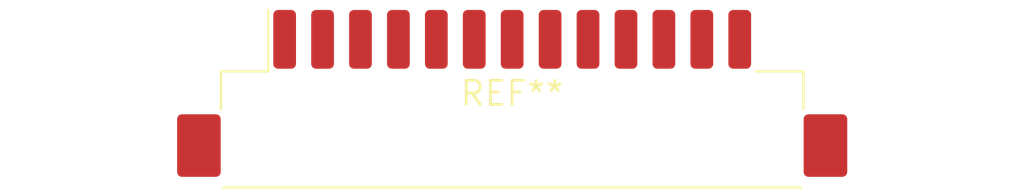
<source format=kicad_pcb>
(kicad_pcb (version 20240108) (generator pcbnew)
  (layers (0 "F.Cu" signal) (31 "B.Cu" signal) (34 "B.Paste" user) (35 "F.Paste" user) (36 "B.SilkS" user "B.Silkscreen") (37 "F.SilkS" user "F.Silkscreen") (38 "B.Mask" user) (39 "F.Mask" user) (44 "Edge.Cuts" user))
  (net 0 "")
  (footprint "Hirose_DF3EA-13P-2H_1x13-1MP_P2.00mm_Horizontal" (layer "F.Cu") (at 0 0)
    (property "Reference" "REF**")
    (property "Value" "Hirose_DF3EA-13P-2H_1x13-1MP_P2.00mm_Horizontal")
    (fp_line (start -15.36 -1.16) (end -12.86 -1.16) (layer "F.SilkS") (stroke (width 0.12)))
    (fp_line (start -15.36 0.84) (end -15.36 -1.16) (layer "F.SilkS") (stroke (width 0.12)))
    (fp_line (start -15.25 4.96) (end 15.25 4.96) (layer "F.SilkS") (stroke (width 0.12)))
    (fp_line (start -12.86 -1.16) (end -12.86 -4.4) (layer "F.SilkS") (stroke (width 0.12)))
    (fp_line (start 15.36 -1.16) (end 12.86 -1.16) (layer "F.SilkS") (stroke (width 0.12)))
    (fp_line (start 15.36 0.84) (end 15.36 -1.16) (layer "F.SilkS") (stroke (width 0.12)))
    (pad "1" smd roundrect (at -12 -2.85) (size 1.2 3.1) (layers "F.Cu" "F.Paste" "F.Mask") (roundrect_rratio 0.208333))
    (pad "2" smd roundrect (at -10 -2.85) (size 1.2 3.1) (layers "F.Cu" "F.Paste" "F.Mask") (roundrect_rratio 0.208333))
    (pad "3" smd roundrect (at -8 -2.85) (size 1.2 3.1) (layers "F.Cu" "F.Paste" "F.Mask") (roundrect_rratio 0.208333))
    (pad "4" smd roundrect (at -6 -2.85) (size 1.2 3.1) (layers "F.Cu" "F.Paste" "F.Mask") (roundrect_rratio 0.208333))
    (pad "5" smd roundrect (at -4 -2.85) (size 1.2 3.1) (layers "F.Cu" "F.Paste" "F.Mask") (roundrect_rratio 0.208333))
    (pad "6" smd roundrect (at -2 -2.85) (size 1.2 3.1) (layers "F.Cu" "F.Paste" "F.Mask") (roundrect_rratio 0.208333))
    (pad "7" smd roundrect (at 0 -2.85) (size 1.2 3.1) (layers "F.Cu" "F.Paste" "F.Mask") (roundrect_rratio 0.208333))
    (pad "8" smd roundrect (at 2 -2.85) (size 1.2 3.1) (layers "F.Cu" "F.Paste" "F.Mask") (roundrect_rratio 0.208333))
    (pad "9" smd roundrect (at 4 -2.85) (size 1.2 3.1) (layers "F.Cu" "F.Paste" "F.Mask") (roundrect_rratio 0.208333))
    (pad "10" smd roundrect (at 6 -2.85) (size 1.2 3.1) (layers "F.Cu" "F.Paste" "F.Mask") (roundrect_rratio 0.208333))
    (pad "11" smd roundrect (at 8 -2.85) (size 1.2 3.1) (layers "F.Cu" "F.Paste" "F.Mask") (roundrect_rratio 0.208333))
    (pad "12" smd roundrect (at 10 -2.85) (size 1.2 3.1) (layers "F.Cu" "F.Paste" "F.Mask") (roundrect_rratio 0.208333))
    (pad "13" smd roundrect (at 12 -2.85) (size 1.2 3.1) (layers "F.Cu" "F.Paste" "F.Mask") (roundrect_rratio 0.208333))
    (pad "MP" smd roundrect (at -16.52 2.75) (size 2.3 3.3) (layers "F.Cu" "F.Paste" "F.Mask") (roundrect_rratio 0.108696))
    (pad "MP" smd roundrect (at 16.52 2.75) (size 2.3 3.3) (layers "F.Cu" "F.Paste" "F.Mask") (roundrect_rratio 0.108696))
  )
)
</source>
